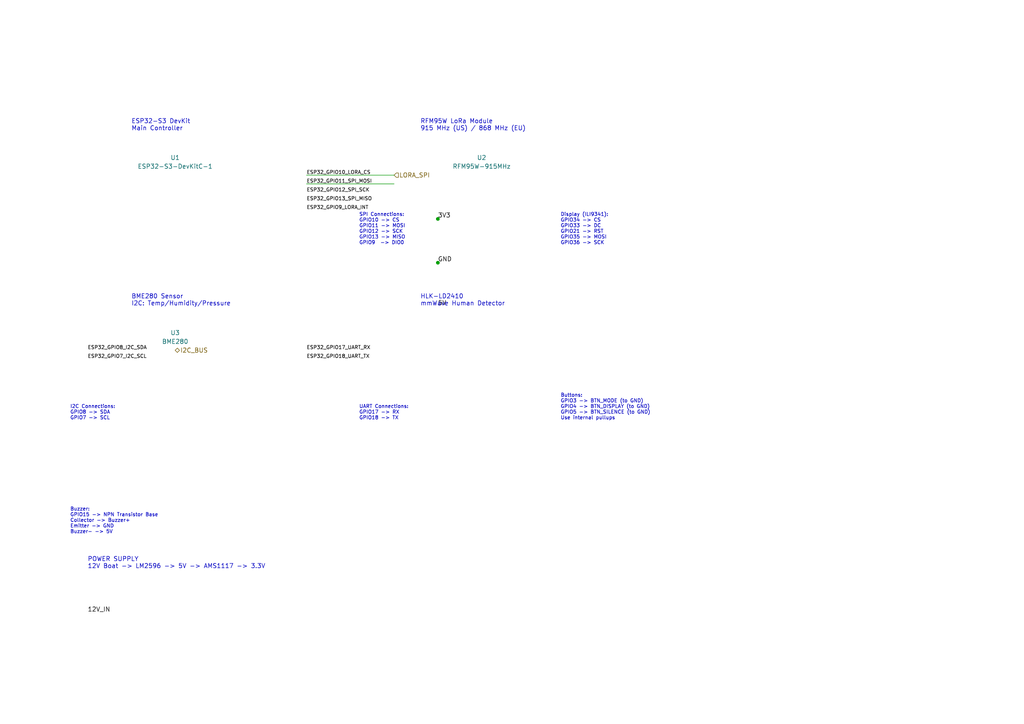
<source format=kicad_sch>
(kicad_sch (version 20211123) (generator eeschema)
  (paper "A4")
  (title_block (title "Boat Monitor Node") (date "2025-11-16") (rev "1.0") (company "Bristol 32 Liberty") (comment 1 "Sensor node with ESP32-S3, LoRa, BME280, mmWave detector"))
  (lib_symbols
    (symbol "ESP32-S3_1" (pin_names (offset 1.016))
      (property "Reference" "U" (at 0 0 0))
      (property "Value" "ESP32-S3" (at 0 -2.54 0))
    )
    (symbol "RFM95W_1"
      (property "Reference" "U" (at 0 0 0))
      (property "Value" "RFM95W" (at 0 -2.54 0))
    )
    (symbol "BME280_1"
      (property "Reference" "U" (at 0 0 0))
      (property "Value" "BME280" (at 0 -2.54 0))
    )
  )
  (junction (at 127 63.5))
  (junction (at 127 76.2))
  (wire (pts (xy 88.9 50.8) (xy 114.3 50.8)))
  (wire (pts (xy 88.9 53.34) (xy 114.3 53.34)))
  (text "POWER SUPPLY\n12V Boat -> LM2596 -> 5V -> AMS1117 -> 3.3V" (at 25.4 165.1 0) (effects (font (size 1.27 1.27)) (justify left bottom)))
  (text "ESP32-S3 DevKit\nMain Controller" (at 38.1 38.1 0) (effects (font (size 1.27 1.27)) (justify left bottom)))
  (text "RFM95W LoRa Module\n915 MHz (US) / 868 MHz (EU)" (at 121.92 38.1 0) (effects (font (size 1.27 1.27)) (justify left bottom)))
  (text "BME280 Sensor\nI2C: Temp/Humidity/Pressure" (at 38.1 88.9 0) (effects (font (size 1.27 1.27)) (justify left bottom)))
  (text "HLK-LD2410\nmmWave Human Detector" (at 121.92 88.9 0) (effects (font (size 1.27 1.27)) (justify left bottom)))
  (text "SPI Connections:\nGPIO10 -> CS\nGPIO11 -> MOSI\nGPIO12 -> SCK\nGPIO13 -> MISO\nGPIO9  -> DIO0" (at 104.14 71.12 0) (effects (font (size 1.016 1.016)) (justify left bottom)))
  (text "I2C Connections:\nGPIO8 -> SDA\nGPIO7 -> SCL" (at 20.32 121.92 0) (effects (font (size 1.016 1.016)) (justify left bottom)))
  (text "UART Connections:\nGPIO17 -> RX\nGPIO18 -> TX" (at 104.14 121.92 0) (effects (font (size 1.016 1.016)) (justify left bottom)))
  (text "Display (ILI9341):\nGPIO34 -> CS\nGPIO33 -> DC\nGPIO21 -> RST\nGPIO35 -> MOSI\nGPIO36 -> SCK" (at 162.56 71.12 0) (effects (font (size 1.016 1.016)) (justify left bottom)))
  (text "Buttons:\nGPIO3 -> BTN_MODE (to GND)\nGPIO4 -> BTN_DISPLAY (to GND)\nGPIO5 -> BTN_SILENCE (to GND)\nUse internal pullups" (at 162.56 121.92 0) (effects (font (size 1.016 1.016)) (justify left bottom)))
  (text "Buzzer:\nGPIO15 -> NPN Transistor Base\nCollector -> Buzzer+\nEmitter -> GND\nBuzzer- -> 5V" (at 20.32 154.94 0) (effects (font (size 1.016 1.016)) (justify left bottom)))
  (label "ESP32_GPIO10_LORA_CS" (at 88.9 50.8 0) (effects (font (size 1.016 1.016))))
  (label "ESP32_GPIO11_SPI_MOSI" (at 88.9 53.34 0) (effects (font (size 1.016 1.016))))
  (label "ESP32_GPIO12_SPI_SCK" (at 88.9 55.88 0) (effects (font (size 1.016 1.016))))
  (label "ESP32_GPIO13_SPI_MISO" (at 88.9 58.42 0) (effects (font (size 1.016 1.016))))
  (label "ESP32_GPIO9_LORA_INT" (at 88.9 60.96 0) (effects (font (size 1.016 1.016))))
  (label "ESP32_GPIO8_I2C_SDA" (at 25.4 101.6 0) (effects (font (size 1.016 1.016))))
  (label "ESP32_GPIO7_I2C_SCL" (at 25.4 104.14 0) (effects (font (size 1.016 1.016))))
  (label "ESP32_GPIO17_UART_RX" (at 88.9 101.6 0) (effects (font (size 1.016 1.016))))
  (label "ESP32_GPIO18_UART_TX" (at 88.9 104.14 0) (effects (font (size 1.016 1.016))))
  (label "3V3" (at 127 63.5 0))
  (label "GND" (at 127 76.2 0))
  (label "5V" (at 127 88.9 0))
  (label "12V_IN" (at 25.4 177.8 0))
  (hierarchical_label "LORA_SPI" (shape input) (at 114.3 50.8 0))
  (hierarchical_label "I2C_BUS" (shape bidirectional) (at 50.8 101.6 0))
  (symbol (lib_id "ESP32-S3_1") (at 50.8 50.8 0) (unit 1)
    (property "Reference" "U1" (at 50.8 45.72 0))
    (property "Value" "ESP32-S3-DevKitC-1" (at 50.8 48.26 0))
  )
  (symbol (lib_id "RFM95W_1") (at 139.7 50.8 0) (unit 1)
    (property "Reference" "U2" (at 139.7 45.72 0))
    (property "Value" "RFM95W-915MHz" (at 139.7 48.26 0))
  )
  (symbol (lib_id "BME280_1") (at 50.8 101.6 0) (unit 1)
    (property "Reference" "U3" (at 50.8 96.52 0))
    (property "Value" "BME280" (at 50.8 99.06 0))
  )
)
</source>
